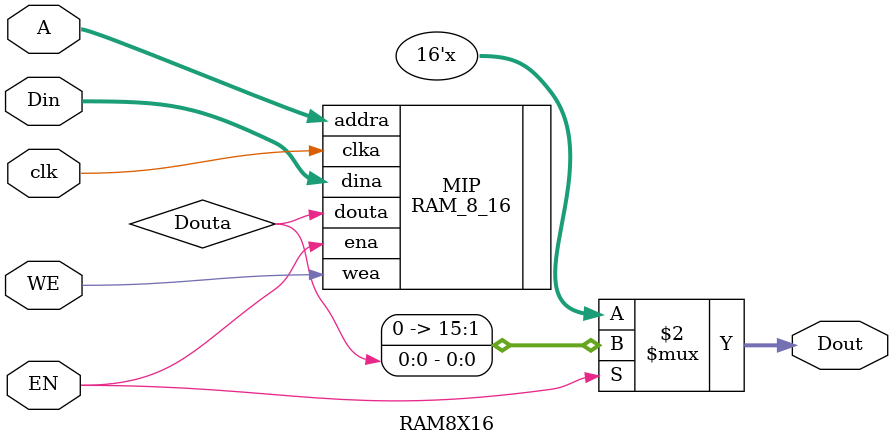
<source format=v>
`timescale 1ns / 1ps

module RAM8X16(input [2:0]A, 
               input clk, 
               input [15:0]Din, 
               input EN, 
               input WE, 
               output[15:0]Dout);
					
wire [15:0]douta;

	RAM_8_16   MIP(.clka(clk), 
						.ena(EN), 	
						.wea(WE), 
						.addra(A), 
						.dina(Din), 
						.douta(Douta)
						);
						
   assign Dout = EN ? Douta : 16'hzzzz;		//ÈýÌ¬×ÜÏß
	
endmodule

</source>
